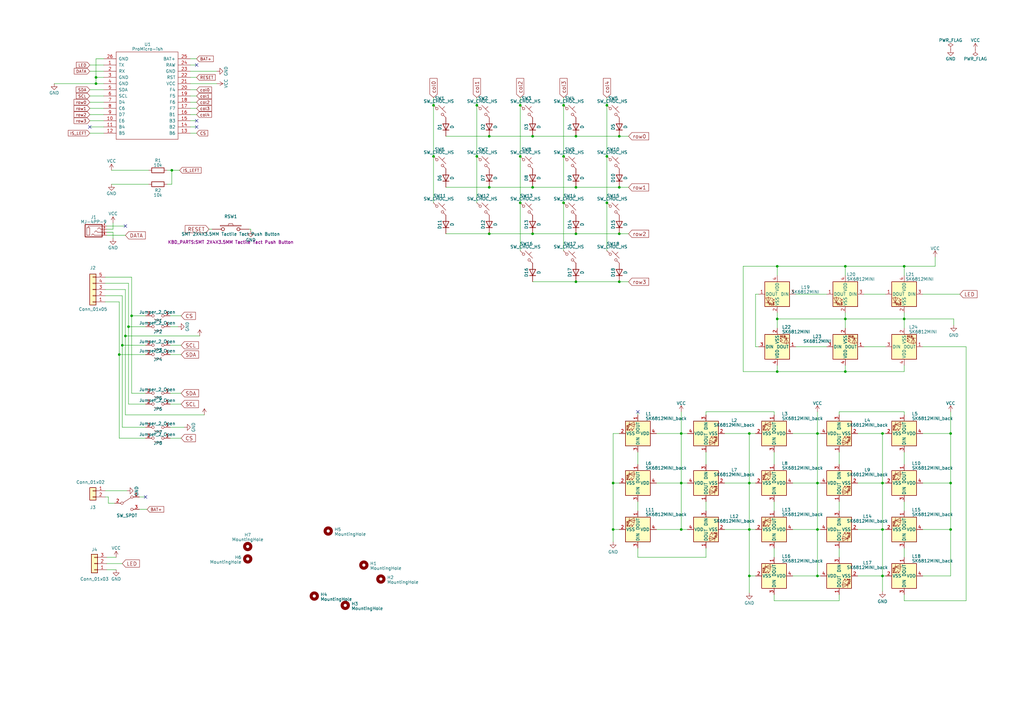
<source format=kicad_sch>
(kicad_sch (version 20230121) (generator eeschema)
  (paper "A3")
  (title_block (title "Unicorne Chocolate") (date "2023-07-20") (rev "0.9") (company "Thunderbird2086"))
  (junction (at 218.44 55.88))
  (junction (at 236.22 76.835))
  (junction (at 50.165 141.605))
  (junction (at 361.95 236.22))
  (junction (at 248.92 83.185))
  (junction (at 177.8 64.135))
  (junction (at 361.95 177.8))
  (junction (at 251.46 198.12))
  (junction (at 236.22 115.57))
  (junction (at 318.77 152.4))
  (junction (at 195.58 43.18))
  (junction (at 389.89 217.17))
  (junction (at 389.89 198.12))
  (junction (at 370.84 130.81))
  (junction (at 200.66 76.835))
  (junction (at 318.77 109.22))
  (junction (at 389.89 177.8))
  (junction (at 251.46 217.17))
  (junction (at 236.22 95.885))
  (junction (at 213.36 83.185))
  (junction (at 335.28 198.12))
  (junction (at 335.28 217.17))
  (junction (at 48.895 145.415))
  (junction (at 318.77 130.81))
  (junction (at 307.34 177.8))
  (junction (at 213.36 64.135))
  (junction (at 195.58 64.135))
  (junction (at 218.44 76.835))
  (junction (at 177.8 43.18))
  (junction (at 200.66 95.885))
  (junction (at 200.66 55.88))
  (junction (at 361.95 217.17))
  (junction (at 307.34 198.12))
  (junction (at 70.485 69.85))
  (junction (at 370.84 109.22))
  (junction (at 307.34 236.22))
  (junction (at 231.14 64.135))
  (junction (at 236.22 55.88))
  (junction (at 51.435 137.795))
  (junction (at 346.71 152.4))
  (junction (at 52.705 133.985))
  (junction (at 254 76.835))
  (junction (at 279.4 198.12))
  (junction (at 231.14 43.18))
  (junction (at 231.14 83.185))
  (junction (at 335.28 177.8))
  (junction (at 346.71 109.22))
  (junction (at 213.36 43.18))
  (junction (at 361.95 198.12))
  (junction (at 39.37 31.75))
  (junction (at 53.975 129.54))
  (junction (at 346.71 130.81))
  (junction (at 248.92 43.18))
  (junction (at 254 115.57))
  (junction (at 307.34 217.17))
  (junction (at 254 55.88))
  (junction (at 335.28 236.22))
  (junction (at 254 95.885))
  (junction (at 218.44 95.885))
  (junction (at 279.4 177.8))
  (junction (at 39.37 34.29))
  (junction (at 248.92 64.135))
  (junction (at 279.4 217.17))
  (no_connect (at 36.83 52.07))
  (no_connect (at 80.645 26.67))
  (no_connect (at 261.62 168.91))
  (no_connect (at 59.69 203.835))
  (no_connect (at 80.645 49.53))
  (no_connect (at 80.645 52.07))
  (no_connect (at 51.435 92.71))
  (wire (pts (xy 36.83 54.61) (xy 42.545 54.61)))
  (wire (pts (xy 200.66 55.88) (xy 218.44 55.88)))
  (wire (pts (xy 195.58 64.135) (xy 195.58 83.185)))
  (wire (pts (xy 269.24 198.12) (xy 279.4 198.12)))
  (wire (pts (xy 344.17 168.91) (xy 370.84 168.91)))
  (wire (pts (xy 281.94 217.17) (xy 279.4 217.17)))
  (wire (pts (xy 36.83 44.45) (xy 42.545 44.45)))
  (wire (pts (xy 102.87 93.98) (xy 102.235 93.98)))
  (wire (pts (xy 279.4 177.8) (xy 279.4 198.12)))
  (wire (pts (xy 326.39 120.65) (xy 339.09 120.65)))
  (wire (pts (xy 51.435 137.795) (xy 51.435 170.18)))
  (wire (pts (xy 102.87 94.615) (xy 102.87 93.98)))
  (wire (pts (xy 318.77 152.4) (xy 346.71 152.4)))
  (wire (pts (xy 261.62 228.6) (xy 289.56 228.6)))
  (wire (pts (xy 279.4 168.91) (xy 279.4 177.8)))
  (wire (pts (xy 43.815 93.98) (xy 46.355 93.98)))
  (wire (pts (xy 78.105 34.29) (xy 88.9 34.29)))
  (wire (pts (xy 53.975 129.54) (xy 59.69 129.54)))
  (wire (pts (xy 59.69 141.605) (xy 50.165 141.605)))
  (wire (pts (xy 69.85 179.705) (xy 74.295 179.705)))
  (wire (pts (xy 269.24 217.17) (xy 279.4 217.17)))
  (wire (pts (xy 248.92 43.18) (xy 248.92 64.135)))
  (wire (pts (xy 51.435 118.745) (xy 43.18 118.745)))
  (wire (pts (xy 43.815 95.25) (xy 46.355 95.25)))
  (wire (pts (xy 304.8 109.22) (xy 304.8 152.4)))
  (wire (pts (xy 74.295 145.415) (xy 69.85 145.415)))
  (wire (pts (xy 59.69 145.415) (xy 48.895 145.415)))
  (wire (pts (xy 177.8 64.135) (xy 177.8 83.185)))
  (wire (pts (xy 391.16 130.81) (xy 370.84 130.81)))
  (wire (pts (xy 36.83 29.21) (xy 42.545 29.21)))
  (wire (pts (xy 231.14 64.135) (xy 231.14 83.185)))
  (wire (pts (xy 261.62 168.91) (xy 261.62 170.18)))
  (wire (pts (xy 346.71 130.81) (xy 370.84 130.81)))
  (wire (pts (xy 317.5 205.74) (xy 317.5 209.55)))
  (wire (pts (xy 361.95 236.22) (xy 363.22 236.22)))
  (wire (pts (xy 361.95 198.12) (xy 361.95 217.17)))
  (wire (pts (xy 53.975 129.54) (xy 53.975 113.665)))
  (wire (pts (xy 370.84 243.84) (xy 370.84 246.38)))
  (wire (pts (xy 251.46 198.12) (xy 254 198.12)))
  (wire (pts (xy 318.77 130.81) (xy 318.77 128.27)))
  (wire (pts (xy 297.18 177.8) (xy 307.34 177.8)))
  (wire (pts (xy 51.435 118.745) (xy 51.435 137.795)))
  (wire (pts (xy 78.105 41.91) (xy 80.645 41.91)))
  (wire (pts (xy 48.895 179.705) (xy 59.69 179.705)))
  (wire (pts (xy 78.105 29.21) (xy 88.9 29.21)))
  (wire (pts (xy 351.79 177.8) (xy 361.95 177.8)))
  (wire (pts (xy 39.37 31.75) (xy 39.37 34.29)))
  (wire (pts (xy 289.56 185.42) (xy 289.56 190.5)))
  (wire (pts (xy 45.72 69.85) (xy 60.96 69.85)))
  (wire (pts (xy 307.34 236.22) (xy 307.34 243.205)))
  (wire (pts (xy 378.46 120.65) (xy 393.7 120.65)))
  (wire (pts (xy 218.44 76.835) (xy 236.22 76.835)))
  (wire (pts (xy 279.4 177.8) (xy 281.94 177.8)))
  (wire (pts (xy 177.8 40.005) (xy 177.8 43.18)))
  (wire (pts (xy 36.83 41.91) (xy 42.545 41.91)))
  (wire (pts (xy 378.46 177.8) (xy 389.89 177.8)))
  (wire (pts (xy 46.355 93.98) (xy 46.355 91.44)))
  (wire (pts (xy 78.105 39.37) (xy 80.645 39.37)))
  (wire (pts (xy 48.895 145.415) (xy 48.895 179.705)))
  (wire (pts (xy 251.46 177.8) (xy 254 177.8)))
  (wire (pts (xy 318.77 152.4) (xy 318.77 149.86)))
  (wire (pts (xy 52.705 165.735) (xy 59.69 165.735)))
  (wire (pts (xy 52.705 116.205) (xy 43.18 116.205)))
  (wire (pts (xy 46.355 95.25) (xy 46.355 97.79)))
  (wire (pts (xy 42.545 26.67) (xy 36.83 26.67)))
  (wire (pts (xy 45.72 75.565) (xy 60.96 75.565)))
  (wire (pts (xy 336.55 217.17) (xy 335.28 217.17)))
  (wire (pts (xy 389.89 198.12) (xy 389.89 217.17)))
  (wire (pts (xy 43.18 201.295) (xy 52.07 201.295)))
  (wire (pts (xy 317.5 224.79) (xy 317.5 228.6)))
  (wire (pts (xy 279.4 198.12) (xy 281.94 198.12)))
  (wire (pts (xy 42.545 52.07) (xy 36.83 52.07)))
  (wire (pts (xy 218.44 115.57) (xy 236.22 115.57)))
  (wire (pts (xy 42.545 39.37) (xy 36.83 39.37)))
  (wire (pts (xy 53.975 161.29) (xy 53.975 129.54)))
  (wire (pts (xy 85.725 93.98) (xy 86.995 93.98)))
  (wire (pts (xy 257.81 55.88) (xy 254 55.88)))
  (wire (pts (xy 213.36 43.18) (xy 213.36 64.135)))
  (wire (pts (xy 52.705 133.985) (xy 59.69 133.985)))
  (wire (pts (xy 50.165 175.26) (xy 59.69 175.26)))
  (wire (pts (xy 318.77 109.22) (xy 318.77 113.03)))
  (wire (pts (xy 335.28 217.17) (xy 335.28 236.22)))
  (wire (pts (xy 309.88 120.65) (xy 311.15 120.65)))
  (wire (pts (xy 182.88 76.835) (xy 200.66 76.835)))
  (wire (pts (xy 307.34 198.12) (xy 309.88 198.12)))
  (wire (pts (xy 335.28 198.12) (xy 336.55 198.12)))
  (wire (pts (xy 257.81 115.57) (xy 254 115.57)))
  (wire (pts (xy 354.33 142.24) (xy 363.22 142.24)))
  (wire (pts (xy 39.37 24.13) (xy 39.37 31.75)))
  (wire (pts (xy 257.81 95.885) (xy 254 95.885)))
  (wire (pts (xy 370.84 190.5) (xy 370.84 185.42)))
  (wire (pts (xy 391.16 130.81) (xy 391.16 133.35)))
  (wire (pts (xy 251.46 217.17) (xy 254 217.17)))
  (wire (pts (xy 257.81 76.835) (xy 254 76.835)))
  (wire (pts (xy 231.14 40.005) (xy 231.14 43.18)))
  (wire (pts (xy 336.55 236.22) (xy 335.28 236.22)))
  (wire (pts (xy 53.975 161.29) (xy 59.69 161.29)))
  (wire (pts (xy 307.34 177.8) (xy 309.88 177.8)))
  (wire (pts (xy 43.815 92.71) (xy 51.435 92.71)))
  (wire (pts (xy 361.95 236.22) (xy 361.95 242.57)))
  (wire (pts (xy 213.36 40.005) (xy 213.36 43.18)))
  (wire (pts (xy 182.88 55.88) (xy 200.66 55.88)))
  (wire (pts (xy 354.33 120.65) (xy 363.22 120.65)))
  (wire (pts (xy 304.8 152.4) (xy 318.77 152.4)))
  (wire (pts (xy 370.84 109.22) (xy 383.54 109.22)))
  (wire (pts (xy 39.37 34.29) (xy 42.545 34.29)))
  (wire (pts (xy 78.105 36.83) (xy 80.645 36.83)))
  (wire (pts (xy 231.14 83.185) (xy 231.14 102.87)))
  (wire (pts (xy 43.815 228.6) (xy 47.625 228.6)))
  (wire (pts (xy 36.83 36.83) (xy 42.545 36.83)))
  (wire (pts (xy 344.17 168.91) (xy 344.17 170.18)))
  (wire (pts (xy 70.485 69.85) (xy 70.485 75.565)))
  (wire (pts (xy 182.88 95.885) (xy 200.66 95.885)))
  (wire (pts (xy 261.62 228.6) (xy 261.62 224.79)))
  (wire (pts (xy 36.83 49.53) (xy 42.545 49.53)))
  (wire (pts (xy 325.12 217.17) (xy 335.28 217.17)))
  (wire (pts (xy 69.85 175.26) (xy 75.565 175.26)))
  (wire (pts (xy 195.58 40.005) (xy 195.58 43.18)))
  (wire (pts (xy 261.62 190.5) (xy 261.62 185.42)))
  (wire (pts (xy 370.84 130.81) (xy 370.84 134.62)))
  (wire (pts (xy 261.62 205.74) (xy 261.62 209.55)))
  (wire (pts (xy 289.56 228.6) (xy 289.56 224.79)))
  (wire (pts (xy 346.71 130.81) (xy 346.71 134.62)))
  (wire (pts (xy 251.46 177.8) (xy 251.46 198.12)))
  (wire (pts (xy 213.36 83.185) (xy 213.36 102.87)))
  (wire (pts (xy 74.295 161.29) (xy 69.85 161.29)))
  (wire (pts (xy 346.71 152.4) (xy 346.71 149.86)))
  (wire (pts (xy 351.79 236.22) (xy 361.95 236.22)))
  (wire (pts (xy 231.14 43.18) (xy 231.14 64.135)))
  (wire (pts (xy 51.435 170.18) (xy 83.82 170.18)))
  (wire (pts (xy 318.77 109.22) (xy 346.71 109.22)))
  (wire (pts (xy 304.8 109.22) (xy 318.77 109.22)))
  (wire (pts (xy 42.545 24.13) (xy 39.37 24.13)))
  (wire (pts (xy 317.5 168.91) (xy 317.5 170.18)))
  (wire (pts (xy 289.56 168.91) (xy 289.56 170.18)))
  (wire (pts (xy 361.95 198.12) (xy 363.22 198.12)))
  (wire (pts (xy 309.88 142.24) (xy 311.15 142.24)))
  (wire (pts (xy 44.45 206.375) (xy 44.45 203.835)))
  (wire (pts (xy 53.975 113.665) (xy 43.18 113.665)))
  (wire (pts (xy 318.77 130.81) (xy 346.71 130.81)))
  (wire (pts (xy 370.84 149.86) (xy 370.84 152.4)))
  (wire (pts (xy 346.71 109.22) (xy 346.71 113.03)))
  (wire (pts (xy 44.45 206.375) (xy 46.99 206.375)))
  (wire (pts (xy 269.24 177.8) (xy 279.4 177.8)))
  (wire (pts (xy 70.485 69.85) (xy 73.66 69.85)))
  (wire (pts (xy 248.92 64.135) (xy 248.92 83.185)))
  (wire (pts (xy 326.39 142.24) (xy 339.09 142.24)))
  (wire (pts (xy 200.66 95.885) (xy 218.44 95.885)))
  (wire (pts (xy 346.71 130.81) (xy 346.71 128.27)))
  (wire (pts (xy 251.46 217.17) (xy 251.46 222.25)))
  (wire (pts (xy 297.18 198.12) (xy 307.34 198.12)))
  (wire (pts (xy 297.18 217.17) (xy 307.34 217.17)))
  (wire (pts (xy 370.84 152.4) (xy 346.71 152.4)))
  (wire (pts (xy 335.28 198.12) (xy 335.28 217.17)))
  (wire (pts (xy 396.24 246.38) (xy 370.84 246.38)))
  (wire (pts (xy 307.34 177.8) (xy 307.34 198.12)))
  (wire (pts (xy 74.295 141.605) (xy 69.85 141.605)))
  (wire (pts (xy 378.46 217.17) (xy 389.89 217.17)))
  (wire (pts (xy 370.84 128.27) (xy 370.84 130.81)))
  (wire (pts (xy 59.69 203.835) (xy 57.15 203.835)))
  (wire (pts (xy 44.45 203.835) (xy 43.18 203.835)))
  (wire (pts (xy 50.165 141.605) (xy 50.165 175.26)))
  (wire (pts (xy 383.54 105.41) (xy 383.54 109.22)))
  (wire (pts (xy 69.85 129.54) (xy 74.295 129.54)))
  (wire (pts (xy 200.66 76.835) (xy 218.44 76.835)))
  (wire (pts (xy 318.77 130.81) (xy 318.77 134.62)))
  (wire (pts (xy 68.58 75.565) (xy 70.485 75.565)))
  (wire (pts (xy 78.105 31.75) (xy 80.645 31.75)))
  (wire (pts (xy 236.22 76.835) (xy 254 76.835)))
  (wire (pts (xy 43.18 123.825) (xy 48.895 123.825)))
  (wire (pts (xy 325.12 177.8) (xy 335.28 177.8)))
  (wire (pts (xy 236.22 95.885) (xy 254 95.885)))
  (wire (pts (xy 289.56 168.91) (xy 317.5 168.91)))
  (wire (pts (xy 325.12 198.12) (xy 335.28 198.12)))
  (wire (pts (xy 236.22 55.88) (xy 254 55.88)))
  (wire (pts (xy 78.105 46.99) (xy 80.645 46.99)))
  (wire (pts (xy 370.84 109.22) (xy 370.84 113.03)))
  (wire (pts (xy 74.295 165.735) (xy 69.85 165.735)))
  (wire (pts (xy 389.89 168.91) (xy 389.89 177.8)))
  (wire (pts (xy 51.435 137.795) (xy 81.915 137.795)))
  (wire (pts (xy 69.85 133.985) (xy 73.025 133.985)))
  (wire (pts (xy 335.28 177.8) (xy 336.55 177.8)))
  (wire (pts (xy 68.58 69.85) (xy 70.485 69.85)))
  (wire (pts (xy 309.88 120.65) (xy 309.88 142.24)))
  (wire (pts (xy 43.815 96.52) (xy 51.435 96.52)))
  (wire (pts (xy 370.84 205.74) (xy 370.84 209.55)))
  (wire (pts (xy 325.12 236.22) (xy 335.28 236.22)))
  (wire (pts (xy 177.8 43.18) (xy 177.8 64.135)))
  (wire (pts (xy 248.92 40.005) (xy 248.92 43.18)))
  (wire (pts (xy 361.95 217.17) (xy 361.95 236.22)))
  (wire (pts (xy 317.5 246.38) (xy 344.17 246.38)))
  (wire (pts (xy 236.22 115.57) (xy 254 115.57)))
  (wire (pts (xy 351.79 217.17) (xy 361.95 217.17)))
  (wire (pts (xy 361.95 217.17) (xy 363.22 217.17)))
  (wire (pts (xy 307.34 236.22) (xy 309.88 236.22)))
  (wire (pts (xy 43.18 121.285) (xy 50.165 121.285)))
  (wire (pts (xy 389.89 177.8) (xy 389.89 198.12)))
  (wire (pts (xy 361.95 177.8) (xy 361.95 198.12)))
  (wire (pts (xy 43.815 233.68) (xy 47.625 233.68)))
  (wire (pts (xy 335.28 168.91) (xy 335.28 177.8)))
  (wire (pts (xy 39.37 31.75) (xy 42.545 31.75)))
  (wire (pts (xy 344.17 224.79) (xy 344.17 228.6)))
  (wire (pts (xy 36.83 46.99) (xy 42.545 46.99)))
  (wire (pts (xy 50.165 121.285) (xy 50.165 141.605)))
  (wire (pts (xy 344.17 185.42) (xy 344.17 190.5)))
  (wire (pts (xy 195.58 43.18) (xy 195.58 64.135)))
  (wire (pts (xy 361.95 177.8) (xy 363.22 177.8)))
  (wire (pts (xy 307.34 217.17) (xy 307.34 236.22)))
  (wire (pts (xy 370.84 224.79) (xy 370.84 228.6)))
  (wire (pts (xy 78.105 24.13) (xy 80.645 24.13)))
  (wire (pts (xy 344.17 246.38) (xy 344.17 243.84)))
  (wire (pts (xy 43.815 231.14) (xy 50.165 231.14)))
  (wire (pts (xy 378.46 198.12) (xy 389.89 198.12)))
  (wire (pts (xy 52.705 165.735) (xy 52.705 133.985)))
  (wire (pts (xy 317.5 190.5) (xy 317.5 185.42)))
  (wire (pts (xy 57.15 208.915) (xy 60.325 208.915)))
  (wire (pts (xy 307.34 217.17) (xy 309.88 217.17)))
  (wire (pts (xy 78.105 49.53) (xy 80.645 49.53)))
  (wire (pts (xy 78.105 52.07) (xy 80.645 52.07)))
  (wire (pts (xy 307.34 198.12) (xy 307.34 217.17)))
  (wire (pts (xy 378.46 236.22) (xy 389.89 236.22)))
  (wire (pts (xy 351.79 198.12) (xy 361.95 198.12)))
  (wire (pts (xy 251.46 198.12) (xy 251.46 217.17)))
  (wire (pts (xy 218.44 55.88) (xy 236.22 55.88)))
  (wire (pts (xy 279.4 198.12) (xy 279.4 217.17)))
  (wire (pts (xy 78.105 54.61) (xy 80.645 54.61)))
  (wire (pts (xy 389.89 217.17) (xy 389.89 236.22)))
  (wire (pts (xy 78.105 44.45) (xy 80.645 44.45)))
  (wire (pts (xy 370.84 168.91) (xy 370.84 170.18)))
  (wire (pts (xy 317.5 246.38) (xy 317.5 243.84)))
  (wire (pts (xy 396.24 142.24) (xy 378.46 142.24)))
  (wire (pts (xy 344.17 205.74) (xy 344.17 209.55)))
  (wire (pts (xy 22.225 34.29) (xy 39.37 34.29)))
  (wire (pts (xy 48.895 123.825) (xy 48.895 145.415)))
  (wire (pts (xy 52.705 133.985) (xy 52.705 116.205)))
  (wire (pts (xy 396.24 246.38) (xy 396.24 142.24)))
  (wire (pts (xy 346.71 109.22) (xy 370.84 109.22)))
  (wire (pts (xy 218.44 95.885) (xy 236.22 95.885)))
  (wire (pts (xy 248.92 83.185) (xy 248.92 102.87)))
  (wire (pts (xy 78.105 26.67) (xy 80.645 26.67)))
  (wire (pts (xy 289.56 205.74) (xy 289.56 209.55)))
  (wire (pts (xy 213.36 64.135) (xy 213.36 83.185)))
  (wire (pts (xy 335.28 177.8) (xy 335.28 198.12)))
  (global_label "col0" (shape input) (at 177.8 40.005 90) (effects (font (size 1.524 1.524))) (property "Intersheetrefs" "${INTERSHEET_REFS}" (effects hide)))
  (global_label "col4" (shape input) (at 248.92 40.005 90) (effects (font (size 1.524 1.524))) (property "Intersheetrefs" "${INTERSHEET_REFS}" (effects hide)))
  (global_label "RESET" (shape input) (at 85.725 93.98 180) (effects (font (size 1.524 1.524))) (property "Intersheetrefs" "${INTERSHEET_REFS}" (effects hide)))
  (global_label "CS" (shape input) (at 80.645 54.61 0) (effects (font (size 1.1938 1.1938))) (property "Intersheetrefs" "${INTERSHEET_REFS}" (effects hide)))
  (global_label "col1" (shape input) (at 195.58 40.005 90) (effects (font (size 1.524 1.524))) (property "Intersheetrefs" "${INTERSHEET_REFS}" (effects hide)))
  (global_label "SCL" (shape input) (at 36.83 39.37 180) (effects (font (size 1.1938 1.1938))) (property "Intersheetrefs" "${INTERSHEET_REFS}" (effects hide)))
  (global_label "row1" (shape input) (at 36.83 44.45 180) (effects (font (size 1.1938 1.1938))) (property "Intersheetrefs" "${INTERSHEET_REFS}" (effects hide)))
  (global_label "row1" (shape input) (at 257.81 76.835 0) (effects (font (size 1.524 1.524))) (property "Intersheetrefs" "${INTERSHEET_REFS}" (effects hide)))
  (global_label "row2" (shape input) (at 257.81 95.885 0) (effects (font (size 1.524 1.524))) (property "Intersheetrefs" "${INTERSHEET_REFS}" (effects hide)))
  (global_label "IS_LEFT" (shape input) (at 36.83 54.61 180) (effects (font (size 1.1938 1.1938))) (property "Intersheetrefs" "${INTERSHEET_REFS}" (effects hide)))
  (global_label "SCL" (shape input) (at 74.295 165.735 0) (effects (font (size 1.524 1.524))) (property "Intersheetrefs" "${INTERSHEET_REFS}" (effects hide)))
  (global_label "LED" (shape input) (at 393.7 120.65 0) (effects (font (size 1.524 1.524))) (property "Intersheetrefs" "${INTERSHEET_REFS}" (effects hide)))
  (global_label "col2" (shape input) (at 213.36 40.005 90) (effects (font (size 1.524 1.524))) (property "Intersheetrefs" "${INTERSHEET_REFS}" (effects hide)))
  (global_label "LED" (shape input) (at 36.83 26.67 180) (effects (font (size 1.1938 1.1938))) (property "Intersheetrefs" "${INTERSHEET_REFS}" (effects hide)))
  (global_label "BAT+" (shape input) (at 80.645 24.13 0) (effects (font (size 1.1938 1.1938))) (property "Intersheetrefs" "${INTERSHEET_REFS}" (effects hide)))
  (global_label "row3" (shape input) (at 257.81 115.57 0) (effects (font (size 1.524 1.524))) (property "Intersheetrefs" "${INTERSHEET_REFS}" (effects hide)))
  (global_label "LED" (shape input) (at 50.165 231.14 0) (effects (font (size 1.524 1.524))) (property "Intersheetrefs" "${INTERSHEET_REFS}" (effects hide)))
  (global_label "col4" (shape input) (at 80.645 46.99 0) (effects (font (size 1.1938 1.1938))) (property "Intersheetrefs" "${INTERSHEET_REFS}" (effects hide)))
  (global_label "col0" (shape input) (at 80.645 36.83 0) (effects (font (size 1.1938 1.1938))) (property "Intersheetrefs" "${INTERSHEET_REFS}" (effects hide)))
  (global_label "SDA" (shape input) (at 74.295 161.29 0) (effects (font (size 1.524 1.524))) (property "Intersheetrefs" "${INTERSHEET_REFS}" (effects hide)))
  (global_label "BAT+" (shape input) (at 60.325 208.915 0) (effects (font (size 1.1938 1.1938))) (property "Intersheetrefs" "${INTERSHEET_REFS}" (effects hide)))
  (global_label "RESET" (shape input) (at 80.645 31.75 0) (effects (font (size 1.1938 1.1938))) (property "Intersheetrefs" "${INTERSHEET_REFS}" (effects hide)))
  (global_label "row3" (shape input) (at 36.83 49.53 180) (effects (font (size 1.1938 1.1938))) (property "Intersheetrefs" "${INTERSHEET_REFS}" (effects hide)))
  (global_label "col3" (shape input) (at 231.14 40.005 90) (effects (font (size 1.524 1.524))) (property "Intersheetrefs" "${INTERSHEET_REFS}" (effects hide)))
  (global_label "col3" (shape input) (at 80.645 44.45 0) (effects (font (size 1.1938 1.1938))) (property "Intersheetrefs" "${INTERSHEET_REFS}" (effects hide)))
  (global_label "SCL" (shape input) (at 74.295 141.605 0) (effects (font (size 1.524 1.524))) (property "Intersheetrefs" "${INTERSHEET_REFS}" (effects hide)))
  (global_label "row0" (shape input) (at 257.81 55.88 0) (effects (font (size 1.524 1.524))) (property "Intersheetrefs" "${INTERSHEET_REFS}" (effects hide)))
  (global_label "SDA" (shape input) (at 36.83 36.83 180) (effects (font (size 1.1938 1.1938))) (property "Intersheetrefs" "${INTERSHEET_REFS}" (effects hide)))
  (global_label "col1" (shape input) (at 80.645 39.37 0) (effects (font (size 1.1938 1.1938))) (property "Intersheetrefs" "${INTERSHEET_REFS}" (effects hide)))
  (global_label "CS" (shape input) (at 74.295 179.705 0) (effects (font (size 1.524 1.524))) (property "Intersheetrefs" "${INTERSHEET_REFS}" (effects hide)))
  (global_label "SDA" (shape input) (at 74.295 145.415 0) (effects (font (size 1.524 1.524))) (property "Intersheetrefs" "${INTERSHEET_REFS}" (effects hide)))
  (global_label "DATA" (shape input) (at 36.83 29.21 180) (effects (font (size 1.1938 1.1938))) (property "Intersheetrefs" "${INTERSHEET_REFS}" (effects hide)))
  (global_label "col2" (shape input) (at 80.645 41.91 0) (effects (font (size 1.1938 1.1938))) (property "Intersheetrefs" "${INTERSHEET_REFS}" (effects hide)))
  (global_label "DATA" (shape input) (at 51.435 96.52 0) (effects (font (size 1.524 1.524))) (property "Intersheetrefs" "${INTERSHEET_REFS}" (effects hide)))
  (global_label "row2" (shape input) (at 36.83 46.99 180) (effects (font (size 1.1938 1.1938))) (property "Intersheetrefs" "${INTERSHEET_REFS}" (effects hide)))
  (global_label "IS_LEFT" (shape input) (at 73.66 69.85 0) (effects (font (size 1.1938 1.1938))) (property "Intersheetrefs" "${INTERSHEET_REFS}" (effects hide)))
  (global_label "CS" (shape input) (at 74.295 129.54 0) (effects (font (size 1.524 1.524))) (property "Intersheetrefs" "${INTERSHEET_REFS}" (effects hide)))
  (global_label "row0" (shape input) (at 36.83 41.91 180) (effects (font (size 1.1938 1.1938))) (property "Intersheetrefs" "${INTERSHEET_REFS}" (effects hide)))
  (symbol (lib_id "Device:D") (at 218.44 111.76 90) (unit 1)
    (property "Reference" "D16" (at 215.9 111.76 0))
    (property "Value" "D" (at 220.98 111.76 0))
    (property "Footprint" "KBD_PARTS:D3_SMD_rev" (effects hide))
    (property "Sim.Device" "D" (effects hide))
    (property "Sim.Pins" "1=K 2=A" (effects hide))
  )
  (symbol (lib_id "Jumper:Jumper_2_Open") (at 64.77 165.735 180) (unit 1)
    (property "Reference" "JP6" (at 64.77 167.767 0))
    (property "Value" "Jumper_2_Open" (at 64.516 164.211 0))
    (property "Footprint" "Jumper:SolderJumper-2_P1.3mm_Open_TrianglePad1.0x1.5mm" (effects hide))
  )
  (symbol (lib_id "KBD_PARTS:SW_CHOC_HS") (at 198.12 85.725 0) (unit 1)
    (property "Reference" "SW12" (at 198.12 80.3021 0))
    (property "Value" "SW_CHOC_HS" (at 197.739 81.534 0))
    (property "Footprint" "KBD_PARTS:SW_choc_v1_v2_HS_1u_reversible" (effects hide))
  )
  (symbol (lib_id "KBD_PARTS:SK6812MINI_back") (at 370.84 236.22 270) (mirror x) (unit 1)
    (property "Reference" "L18" (at 373.9897 228.1301 90) (effects (justify left)))
    (property "Value" "SK6812MINI_back" (at 373.9897 230.0511 90) (effects (justify left)))
    (property "Footprint" "KBD_PARTS:LED_SK6812MINI_PLCC4_3.5x3.5mm_P1.75mm_back_rev" (effects hide))
    (property "Datasheet" "https://cdn-shop.adafruit.com/product-files/2686/SK6812MINI_REV.01-1-2.pdf" (effects hide))
  )
  (symbol (lib_id "Mechanical:MountingHole") (at 141.605 248.285 0) (unit 1)
    (property "Reference" "H3" (at 144.145 247.6413 0) (effects (justify left)))
    (property "Value" "MountingHole" (at 144.145 249.5623 0) (effects (justify left)))
    (property "Footprint" "KBD_PARTS:M2_Hole_TH_Outside" (effects hide))
  )
  (symbol (lib_id "Switch:SW_SPDT") (at 52.07 206.375 0) (unit 1)
    (property "Reference" "PSW1" (effects hide))
    (property "Value" "SW_SPDT" (at 52.07 211.455 0))
    (property "Footprint" "Akizukidenshi:SW_SPDT_PCM12_reversible" (effects hide))
  )
  (symbol (lib_id "Device:D") (at 182.88 52.07 90) (unit 1)
    (property "Reference" "D1" (at 180.34 52.07 0))
    (property "Value" "D" (at 185.42 52.07 0))
    (property "Footprint" "KBD_PARTS:D3_SMD_rev" (effects hide))
    (property "Sim.Device" "D" (effects hide))
    (property "Sim.Pins" "1=K 2=A" (effects hide))
  )
  (symbol (lib_id "KBD_PARTS:SW_CHOC_HS") (at 215.9 105.41 0) (unit 1)
    (property "Reference" "SW16" (at 215.9 99.9871 0))
    (property "Value" "SW_CHOC_HS" (at 215.519 101.219 0))
    (property "Footprint" "KBD_PARTS:SW_choc_v1_v2_HS_1u_reversible" (effects hide))
  )
  (symbol (lib_id "power:VCC") (at 45.72 69.85 0) (unit 1)
    (property "Reference" "#PWR05" (effects hide))
    (property "Value" "VCC" (at 45.72 66.04 0))
  )
  (symbol (lib_id "Device:D") (at 200.66 92.075 90) (unit 1)
    (property "Reference" "D12" (at 198.12 92.075 0))
    (property "Value" "D" (at 203.2 92.075 0))
    (property "Footprint" "KBD_PARTS:D3_SMD_rev" (effects hide))
    (property "Sim.Device" "D" (effects hide))
    (property "Sim.Pins" "1=K 2=A" (effects hide))
  )
  (symbol (lib_id "power:VCC") (at 81.915 137.795 0) (unit 1)
    (property "Reference" "#PWR04" (effects hide))
    (property "Value" "VCC" (effects hide))
  )
  (symbol (lib_id "Device:D") (at 218.44 92.075 90) (unit 1)
    (property "Reference" "D13" (at 215.9 92.075 0))
    (property "Value" "D" (at 220.98 92.075 0))
    (property "Footprint" "KBD_PARTS:D3_SMD_rev" (effects hide))
    (property "Sim.Device" "D" (effects hide))
    (property "Sim.Pins" "1=K 2=A" (effects hide))
  )
  (symbol (lib_id "power:GND") (at 75.565 175.26 90) (unit 1)
    (property "Reference" "#PWR02" (effects hide))
    (property "Value" "GND" (at 79.375 175.26 0))
  )
  (symbol (lib_id "KBD_PARTS:SK6812MINI_back") (at 317.5 198.12 270) (mirror x) (unit 1)
    (property "Reference" "L8" (at 320.6497 190.0301 90) (effects (justify left)))
    (property "Value" "SK6812MINI_back" (at 320.6497 191.9511 90) (effects (justify left)))
    (property "Footprint" "KBD_PARTS:LED_SK6812MINI_PLCC4_3.5x3.5mm_P1.75mm_back_rev" (effects hide))
    (property "Datasheet" "https://cdn-shop.adafruit.com/product-files/2686/SK6812MINI_REV.01-1-2.pdf" (effects hide))
  )
  (symbol (lib_id "power:VCC") (at 389.89 168.91 0) (unit 1)
    (property "Reference" "#PWR0104" (effects hide))
    (property "Value" "VCC" (at 389.89 165.4081 0))
  )
  (symbol (lib_id "power:VCC") (at 47.625 228.6 0) (unit 1)
    (property "Reference" "#PWR0116" (effects hide))
    (property "Value" "VCC" (at 47.625 224.79 0))
  )
  (symbol (lib_id "power:GND") (at 45.72 75.565 0) (unit 1)
    (property "Reference" "#PWR06" (effects hide))
    (property "Value" "GND" (at 45.72 79.375 0))
  )
  (symbol (lib_id "Jumper:Jumper_2_Open") (at 64.77 145.415 180) (unit 1)
    (property "Reference" "JP4" (at 64.77 147.447 0))
    (property "Value" "Jumper_2_Open" (at 64.516 143.891 0))
    (property "Footprint" "Jumper:SolderJumper-2_P1.3mm_Open_TrianglePad1.0x1.5mm" (effects hide))
  )
  (symbol (lib_id "KBD_PARTS:SW_CHOC_HS") (at 233.68 45.72 0) (unit 1)
    (property "Reference" "SW4" (at 233.68 40.2971 0))
    (property "Value" "SW_CHOC_HS" (at 233.299 41.529 0))
    (property "Footprint" "KBD_PARTS:SW_choc_v1_v2_HS_1u_reversible" (effects hide))
  )
  (symbol (lib_id "Jumper:Jumper_2_Open") (at 64.77 133.985 180) (unit 1)
    (property "Reference" "JP2" (at 64.77 136.017 0))
    (property "Value" "Jumper_2_Open" (at 64.516 132.461 0))
    (property "Footprint" "Jumper:SolderJumper-2_P1.3mm_Open_TrianglePad1.0x1.5mm" (effects hide))
  )
  (symbol (lib_id "KBD_PARTS:SK6812MINI") (at 370.84 142.24 0) (mirror x) (unit 1)
    (property "Reference" "L24" (at 372.7959 134.1501 0) (effects (justify left)))
    (property "Value" "SK6812MINI" (at 372.7959 136.0711 0) (effects (justify left)))
    (property "Footprint" "KBD_PARTS:LED_SK6812MINI_PLCC4_3.5x3.5mm_P1.75mm_rev" (effects hide))
    (property "Datasheet" "https://cdn-shop.adafruit.com/product-files/2686/SK6812MINI_REV.01-1-2.pdf" (effects hide))
  )
  (symbol (lib_id "KBD_PARTS:SMT 2X4X3.5MM Tactile Tact Push Button") (at 94.615 93.98 0) (unit 1)
    (property "Reference" "RSW1" (at 94.615 88.8111 0))
    (property "Value" "SMT 2X4X3.5MM Tactile Tact Push Button" (at 94.615 96.012 0))
    (property "Footprint" "KBD_PARTS:SMT 2X4X3.5MM Tactile Tact Push Button" (at 94.6404 99.314 0))
  )
  (symbol (lib_id "KBD_PARTS:SK6812MINI_back") (at 344.17 217.17 90) (mirror x) (unit 1)
    (property "Reference" "L14" (at 355.738 211.7723 90))
    (property "Value" "SK6812MINI_back" (at 355.738 213.6933 90))
    (property "Footprint" "KBD_PARTS:LED_SK6812MINI_PLCC4_3.5x3.5mm_P1.75mm_back_rev" (effects hide))
    (property "Datasheet" "https://cdn-shop.adafruit.com/product-files/2686/SK6812MINI_REV.01-1-2.pdf" (effects hide))
  )
  (symbol (lib_id "power:PWR_FLAG") (at 400.05 20.32 180) (unit 1)
    (property "Reference" "#FLG0101" (effects hide))
    (property "Value" "PWR_FLAG" (at 400.05 24.13 0))
  )
  (symbol (lib_id "power:GND") (at 52.07 201.295 90) (unit 1)
    (property "Reference" "#PWR0118" (effects hide))
    (property "Value" "GND" (at 56.007 201.422 0))
  )
  (symbol (lib_id "KBD_PARTS:ProMicro-ish") (at 60.325 45.72 0) (unit 1)
    (property "Reference" "U1" (at 60.5282 18.1958 0))
    (property "Value" "ProMicro-ish" (at 60.5282 20.1168 0))
    (property "Footprint" "KBD_PARTS:ProMicro-ish-rev-unrouted_3x5" (effects hide))
  )
  (symbol (lib_id "KBD_PARTS:SW_CHOC_HS") (at 251.46 85.725 0) (unit 1)
    (property "Reference" "SW15" (at 251.46 80.3021 0))
    (property "Value" "SW_CHOC_HS" (at 251.079 81.534 0))
    (property "Footprint" "KBD_PARTS:SW_choc_v1_v2_HS_1u_reversible" (effects hide))
  )
  (symbol (lib_id "power:GND") (at 251.46 222.25 0) (unit 1)
    (property "Reference" "#PWR0101" (effects hide))
    (property "Value" "GND" (at 251.46 226.3855 0))
  )
  (symbol (lib_id "KBD_PARTS:SK6812MINI") (at 318.77 120.65 0) (mirror y) (unit 1)
    (property "Reference" "L19" (at 330.338 117.8179 0))
    (property "Value" "SK6812MINI" (at 330.338 119.7389 0))
    (property "Footprint" "KBD_PARTS:LED_SK6812MINI_PLCC4_3.5x3.5mm_P1.75mm_rev" (effects hide))
    (property "Datasheet" "https://cdn-shop.adafruit.com/product-files/2686/SK6812MINI_REV.01-1-2.pdf" (effects hide))
  )
  (symbol (lib_id "KBD_PARTS:SK6812MINI") (at 346.71 120.65 0) (mirror y) (unit 1)
    (property "Reference" "L20" (at 347.2941 112.5601 0) (effects (justify right)))
    (property "Value" "SK6812MINI" (at 347.2941 114.4811 0) (effects (justify right)))
    (property "Footprint" "KBD_PARTS:LED_SK6812MINI_PLCC4_3.5x3.5mm_P1.75mm_rev" (effects hide))
    (property "Datasheet" "https://cdn-shop.adafruit.com/product-files/2686/SK6812MINI_REV.01-1-2.pdf" (effects hide))
  )
  (symbol (lib_id "power:GND") (at 46.355 97.79 0) (unit 1)
    (property "Reference" "#PWR0113" (effects hide))
    (property "Value" "GND" (at 46.355 101.6 0))
  )
  (symbol (lib_id "KBD_PARTS:SK6812MINI_back") (at 344.17 177.8 90) (mirror x) (unit 1)
    (property "Reference" "L4" (at 355.738 172.4023 90))
    (property "Value" "SK6812MINI_back" (at 355.738 174.3233 90))
    (property "Footprint" "KBD_PARTS:LED_SK6812MINI_PLCC4_3.5x3.5mm_P1.75mm_back_rev" (effects hide))
    (property "Datasheet" "https://cdn-shop.adafruit.com/product-files/2686/SK6812MINI_REV.01-1-2.pdf" (effects hide))
  )
  (symbol (lib_id "power:VCC") (at 83.82 170.18 0) (unit 1)
    (property "Reference" "#PWR03" (effects hide))
    (property "Value" "VCC" (effects hide))
  )
  (symbol (lib_id "power:PWR_FLAG") (at 389.89 20.32 0) (unit 1)
    (property "Reference" "#FLG0102" (effects hide))
    (property "Value" "PWR_FLAG" (at 389.89 16.51 0))
  )
  (symbol (lib_id "Mechanical:MountingHole") (at 128.905 244.475 0) (unit 1)
    (property "Reference" "H4" (at 131.445 243.8313 0) (effects (justify left)))
    (property "Value" "MountingHole" (at 131.445 245.7523 0) (effects (justify left)))
    (property "Footprint" "KBD_PARTS:M2_Hole_TH_Outside" (effects hide))
  )
  (symbol (lib_id "KBD_PARTS:SK6812MINI_back") (at 261.62 217.17 270) (mirror x) (unit 1)
    (property "Reference" "L11" (at 264.7697 209.0801 90) (effects (justify left)))
    (property "Value" "SK6812MINI_back" (at 264.7697 211.0011 90) (effects (justify left)))
    (property "Footprint" "KBD_PARTS:LED_SK6812MINI_PLCC4_3.5x3.5mm_P1.75mm_back_rev" (effects hide))
    (property "Datasheet" "https://cdn-shop.adafruit.com/product-files/2686/SK6812MINI_REV.01-1-2.pdf" (effects hide))
  )
  (symbol (lib_id "Device:D") (at 200.66 52.07 90) (unit 1)
    (property "Reference" "D2" (at 198.12 52.07 0))
    (property "Value" "D" (at 203.2 52.07 0))
    (property "Footprint" "KBD_PARTS:D3_SMD_rev" (effects hide))
    (property "Sim.Device" "D" (effects hide))
    (property "Sim.Pins" "1=K 2=A" (effects hide))
  )
  (symbol (lib_id "KBD_PARTS:SW_CHOC_HS") (at 233.68 105.41 0) (unit 1)
    (property "Reference" "SW17" (at 233.68 99.9871 0))
    (property "Value" "SW_CHOC_HS" (at 233.299 101.219 0))
    (property "Footprint" "KBD_PARTS:SW_choc_v1_v2_HS_1u_reversible" (effects hide))
  )
  (symbol (lib_id "KBD_PARTS:SK6812MINI") (at 346.71 142.24 0) (mirror x) (unit 1)
    (property "Reference" "L23" (at 335.142 138.0361 0))
    (property "Value" "SK6812MINI" (at 335.142 139.9571 0))
    (property "Footprint" "KBD_PARTS:LED_SK6812MINI_PLCC4_3.5x3.5mm_P1.75mm_rev" (effects hide))
    (property "Datasheet" "https://cdn-shop.adafruit.com/product-files/2686/SK6812MINI_REV.01-1-2.pdf" (effects hide))
  )
  (symbol (lib_id "Jumper:Jumper_2_Open") (at 64.77 175.26 180) (unit 1)
    (property "Reference" "JP7" (at 64.77 177.292 0))
    (property "Value" "Jumper_2_Open" (at 64.516 173.736 0))
    (property "Footprint" "Jumper:SolderJumper-2_P1.3mm_Open_TrianglePad1.0x1.5mm" (effects hide))
  )
  (symbol (lib_id "KBD_PARTS:SW_CHOC_HS") (at 198.12 66.675 0) (unit 1)
    (property "Reference" "SW7" (at 198.12 61.2521 0))
    (property "Value" "SW_CHOC_HS" (at 197.739 62.484 0))
    (property "Footprint" "KBD_PARTS:SW_choc_v1_v2_HS_1u_reversible" (effects hide))
  )
  (symbol (lib_id "Device:D") (at 182.88 92.075 90) (unit 1)
    (property "Reference" "D11" (at 180.34 92.075 0))
    (property "Value" "D" (at 185.42 92.075 0))
    (property "Footprint" "KBD_PARTS:D3_SMD_rev" (effects hide))
    (property "Sim.Device" "D" (effects hide))
    (property "Sim.Pins" "1=K 2=A" (effects hide))
  )
  (symbol (lib_id "power:GND") (at 22.225 34.29 0) (unit 1)
    (property "Reference" "#PWR0121" (effects hide))
    (property "Value" "GND" (at 22.225 38.1 0))
  )
  (symbol (lib_id "power:GND") (at 47.625 233.68 0) (unit 1)
    (property "Reference" "#PWR0115" (effects hide))
    (property "Value" "GND" (at 47.625 237.49 0))
  )
  (symbol (lib_id "power:VCC") (at 88.9 34.29 270) (unit 1)
    (property "Reference" "#PWR0111" (effects hide))
    (property "Value" "VCC" (at 92.71 34.29 0))
  )
  (symbol (lib_id "KBD_PARTS:SK6812MINI_back") (at 317.5 236.22 270) (mirror x) (unit 1)
    (property "Reference" "L16" (at 320.6497 228.1301 90) (effects (justify left)))
    (property "Value" "SK6812MINI_back" (at 320.6497 230.0511 90) (effects (justify left)))
    (property "Footprint" "KBD_PARTS:LED_SK6812MINI_PLCC4_3.5x3.5mm_P1.75mm_back_rev" (effects hide))
    (property "Datasheet" "https://cdn-shop.adafruit.com/product-files/2686/SK6812MINI_REV.01-1-2.pdf" (effects hide))
  )
  (symbol (lib_id "KBD_PARTS:MJ-4PP-9") (at 38.735 94.615 0) (unit 1)
    (property "Reference" "J1" (at 38.4175 89.0397 0))
    (property "Value" "MJ-4PP-9" (at 38.4175 90.9607 0))
    (property "Footprint" "KBD_PARTS:TRRS-PJ-320A-rev" (effects hide))
  )
  (symbol (lib_id "Device:D") (at 200.66 73.025 90) (unit 1)
    (property "Reference" "D7" (at 198.12 73.025 0))
    (property "Value" "D" (at 203.2 73.025 0))
    (property "Footprint" "KBD_PARTS:D3_SMD_rev" (effects hide))
    (property "Sim.Device" "D" (effects hide))
    (property "Sim.Pins" "1=K 2=A" (effects hide))
  )
  (symbol (lib_id "KBD_PARTS:SW_CHOC_HS") (at 180.34 45.72 0) (unit 1)
    (property "Reference" "SW1" (at 180.34 40.2971 0))
    (property "Value" "SW_CHOC_HS" (at 179.959 41.529 0))
    (property "Footprint" "KBD_PARTS:SW_choc_v1_v2_HS_1u_reversible" (effects hide))
  )
  (symbol (lib_id "power:GND") (at 102.87 94.615 0) (unit 1)
    (property "Reference" "#PWR0122" (effects hide))
    (property "Value" "GND" (at 102.87 98.425 0))
  )
  (symbol (lib_id "power:VCC") (at 335.28 168.91 0) (unit 1)
    (property "Reference" "#PWR0110" (effects hide))
    (property "Value" "VCC" (at 335.28 165.4081 0))
  )
  (symbol (lib_id "Device:D") (at 254 111.76 90) (unit 1)
    (property "Reference" "D18" (at 251.46 111.76 0))
    (property "Value" "D" (at 256.54 111.76 0))
    (property "Footprint" "KBD_PARTS:D3_SMD_rev" (effects hide))
    (property "Sim.Device" "D" (effects hide))
    (property "Sim.Pins" "1=K 2=A" (effects hide))
  )
  (symbol (lib_id "power:GND") (at 391.16 133.35 0) (unit 1)
    (property "Reference" "#PWR0106" (effects hide))
    (property "Value" "GND" (at 391.16 137.4855 0))
  )
  (symbol (lib_id "Connector_Generic:Conn_01x02") (at 38.1 201.295 0) (mirror y) (unit 1)
    (property "Reference" "J3" (at 38.1 208.1149 0))
    (property "Value" "Conn_01x02" (at 37.1094 197.7644 0))
    (property "Footprint" "KBD_PARTS:Molex_Pico-EZmate_78171-0002_1x02-1MP_P1.20mm_Vertical_rev" (effects hide))
  )
  (symbol (lib_id "power:GND") (at 361.95 242.57 0) (unit 1)
    (property "Reference" "#PWR0103" (effects hide))
    (property "Value" "GND" (at 361.95 246.7055 0))
  )
  (symbol (lib_id "Mechanical:MountingHole") (at 149.225 231.775 0) (unit 1)
    (property "Reference" "H1" (at 151.765 231.1313 0) (effects (justify left)))
    (property "Value" "MountingHole" (at 151.765 233.0523 0) (effects (justify left)))
    (property "Footprint" "KBD_PARTS:M2_Hole_TH" (effects hide))
  )
  (symbol (lib_id "KBD_PARTS:SK6812MINI_back") (at 317.5 177.8 270) (mirror x) (unit 1)
    (property "Reference" "L3" (at 320.6497 169.7101 90) (effects (justify left)))
    (property "Value" "SK6812MINI_back" (at 320.6497 171.6311 90) (effects (justify left)))
    (property "Footprint" "KBD_PARTS:LED_SK6812MINI_PLCC4_3.5x3.5mm_P1.75mm_back_rev" (effects hide))
    (property "Datasheet" "https://cdn-shop.adafruit.com/product-files/2686/SK6812MINI_REV.01-1-2.pdf" (effects hide))
  )
  (symbol (lib_id "Mechanical:MountingHole") (at 101.6 229.235 0) (unit 1)
    (property "Reference" "H6" (at 99.06 228.5913 0) (effects (justify right)))
    (property "Value" "MountingHole" (at 99.06 230.5123 0) (effects (justify right)))
    (property "Footprint" "KBD_PARTS:M2_Hole_TH_Outside" (effects hide))
  )
  (symbol (lib_id "Device:D") (at 236.22 111.76 90) (unit 1)
    (property "Reference" "D17" (at 233.68 111.76 0))
    (property "Value" "D" (at 238.76 111.76 0))
    (property "Footprint" "KBD_PARTS:D3_SMD_rev" (effects hide))
    (property "Sim.Device" "D" (effects hide))
    (property "Sim.Pins" "1=K 2=A" (effects hide))
  )
  (symbol (lib_id "power:VCC") (at 46.355 91.44 0) (unit 1)
    (property "Reference" "#PWR0120" (effects hide))
    (property "Value" "VCC" (at 46.355 87.63 0))
  )
  (symbol (lib_id "KBD_PARTS:SW_CHOC_HS") (at 215.9 45.72 0) (unit 1)
    (property "Reference" "SW3" (at 215.9 40.2971 0))
    (property "Value" "SW_CHOC_HS" (at 215.519 41.529 0))
    (property "Footprint" "KBD_PARTS:SW_choc_v1_v2_HS_1u_reversible" (effects hide))
  )
  (symbol (lib_id "KBD_PARTS:SK6812MINI") (at 318.77 142.24 0) (mirror x) (unit 1)
    (property "Reference" "L22" (at 320.7259 134.1501 0) (effects (justify left)))
    (property "Value" "SK6812MINI" (at 320.7259 136.0711 0) (effects (justify left)))
    (property "Footprint" "KBD_PARTS:LED_SK6812MINI_PLCC4_3.5x3.5mm_P1.75mm_rev" (effects hide))
    (property "Datasheet" "https://cdn-shop.adafruit.com/product-files/2686/SK6812MINI_REV.01-1-2.pdf" (effects hide))
  )
  (symbol (lib_id "power:GND") (at 73.025 133.985 90) (unit 1)
    (property "Reference" "#PWR01" (effects hide))
    (property "Value" "GND" (at 76.835 133.985 0))
  )
  (symbol (lib_id "KBD_PARTS:SK6812MINI_back") (at 317.5 217.17 270) (mirror x) (unit 1)
    (property "Reference" "L13" (at 320.6497 209.0801 90) (effects (justify left)))
    (property "Value" "SK6812MINI_back" (at 320.6497 211.0011 90) (effects (justify left)))
    (property "Footprint" "KBD_PARTS:LED_SK6812MINI_PLCC4_3.5x3.5mm_P1.75mm_back_rev" (effects hide))
    (property "Datasheet" "https://cdn-shop.adafruit.com/product-files/2686/SK6812MINI_REV.01-1-2.pdf" (effects hide))
  )
  (symbol (lib_id "KBD_PARTS:SK6812MINI_back") (at 370.84 177.8 270) (mirror x) (unit 1)
    (property "Reference" "L5" (at 373.9897 169.7101 90) (effects (justify left)))
    (property "Value" "SK6812MINI_back" (at 373.9897 171.6311 90) (effects (justify left)))
    (property "Footprint" "KBD_PARTS:LED_SK6812MINI_PLCC4_3.5x3.5mm_P1.75mm_back_rev" (effects hide))
    (property "Datasheet" "https://cdn-shop.adafruit.com/product-files/2686/SK6812MINI_REV.01-1-2.pdf" (effects hide))
  )
  (symbol (lib_id "KBD_PARTS:SK6812MINI_back") (at 289.56 177.8 90) (mirror x) (unit 1)
    (property "Reference" "L2" (at 301.128 172.4023 90))
    (property "Value" "SK6812MINI_back" (at 301.128 174.3233 90))
    (property "Footprint" "KBD_PARTS:LED_SK6812MINI_PLCC4_3.5x3.5mm_P1.75mm_back_rev" (effects hide))
    (property "Datasheet" "https://cdn-shop.adafruit.com/product-files/2686/SK6812MINI_REV.01-1-2.pdf" (effects hide))
  )
  (symbol (lib_id "Device:D") (at 236.22 73.025 90) (unit 1)
    (property "Reference" "D9" (at 233.68 73.025 0))
    (property "Value" "D" (at 238.76 73.025 0))
    (property "Footprint" "KBD_PARTS:D3_SMD_rev" (effects hide))
    (property "Sim.Device" "D" (effects hide))
    (property "Sim.Pins" "1=K 2=A" (effects hide))
  )
  (symbol (lib_id "power:VCC") (at 383.54 105.41 0) (unit 1)
    (property "Reference" "#PWR0105" (effects hide))
    (property "Value" "VCC" (at 383.54 101.9081 0))
  )
  (symbol (lib_id "KBD_PARTS:SK6812MINI") (at 370.84 120.65 0) (mirror y) (unit 1)
    (property "Reference" "L21" (at 371.4241 112.5601 0) (effects (justify right)))
    (property "Value" "SK6812MINI" (at 371.4241 114.4811 0) (effects (justify right)))
    (property "Footprint" "KBD_PARTS:LED_SK6812MINI_PLCC4_3.5x3.5mm_P1.75mm_rev" (effects hide))
    (property "Datasheet" "https://cdn-shop.adafruit.com/product-files/2686/SK6812MINI_REV.01-1-2.pdf" (effects hide))
  )
  (symbol (lib_id "Device:D") (at 254 73.025 90) (unit 1)
    (property "Reference" "D10" (at 251.46 73.025 0))
    (property "Value" "D" (at 256.54 73.025 0))
    (property "Footprint" "KBD_PARTS:D3_SMD_rev" (effects hide))
    (property "Sim.Device" "D" (effects hide))
    (property "Sim.Pins" "1=K 2=A" (effects hide))
  )
  (symbol (lib_id "power:VCC") (at 400.05 20.32 0) (unit 1)
    (property "Reference" "#PWR0108" (effects hide))
    (property "Value" "VCC" (at 400.05 16.51 0))
  )
  (symbol (lib_id "KBD_PARTS:SK6812MINI_back") (at 344.17 198.12 90) (mirror x) (unit 1)
    (property "Reference" "L9" (at 355.738 192.7223 90))
    (property "Value" "SK6812MINI_back" (at 355.738 194.6433 90))
    (property "Footprint" "KBD_PARTS:LED_SK6812MINI_PLCC4_3.5x3.5mm_P1.75mm_back_rev" (effects hide))
    (property "Datasheet" "https://cdn-shop.adafruit.com/product-files/2686/SK6812MINI_REV.01-1-2.pdf" (effects hide))
  )
  (symbol (lib_id "Jumper:Jumper_2_Open") (at 64.77 161.29 180) (unit 1)
    (property "Reference" "JP5" (at 64.77 163.322 0))
    (property "Value" "Jumper_2_Open" (at 64.516 159.766 0))
    (property "Footprint" "Jumper:SolderJumper-2_P1.3mm_Open_TrianglePad1.0x1.5mm" (effects hide))
  )
  (symbol (lib_id "KBD_PARTS:SK6812MINI_back") (at 370.84 217.17 270) (mirror x) (unit 1)
    (property "Reference" "L15" (at 373.9897 209.0801 90) (effects (justify left)))
    (property "Value" "SK6812MINI_back" (at 373.9897 211.0011 90) (effects (justify left)))
    (property "Footprint" "KBD_PARTS:LED_SK6812MINI_PLCC4_3.5x3.5mm_P1.75mm_back_rev" (effects hide))
    (property "Datasheet" "https://cdn-shop.adafruit.com/product-files/2686/SK6812MINI_REV.01-1-2.pdf" (effects hide))
  )
  (symbol (lib_id "Jumper:Jumper_2_Open") (at 64.77 129.54 180) (unit 1)
    (property "Reference" "JP1" (at 64.77 131.572 0))
    (property "Value" "Jumper_2_Open" (at 64.516 128.016 0))
    (property "Footprint" "Jumper:SolderJumper-2_P1.3mm_Open_TrianglePad1.0x1.5mm" (effects hide))
  )
  (symbol (lib_id "KBD_PARTS:SW_CHOC_HS") (at 233.68 66.675 0) (unit 1)
    (property "Reference" "SW9" (at 233.68 61.2521 0))
    (property "Value" "SW_CHOC_HS" (at 233.299 62.484 0))
    (property "Footprint" "KBD_PARTS:SW_choc_v1_v2_HS_1u_reversible" (effects hide))
  )
  (symbol (lib_id "Mechanical:MountingHole") (at 134.62 217.805 0) (unit 1)
    (property "Reference" "H5" (at 137.16 217.1613 0) (effects (justify left)))
    (property "Value" "MountingHole" (at 137.16 219.0823 0) (effects (justify left)))
    (property "Footprint" "KBD_PARTS:M2_Hole_TH_Outside" (effects hide))
  )
  (symbol (lib_id "Device:D") (at 218.44 52.07 90) (unit 1)
    (property "Reference" "D3" (at 215.9 52.07 0))
    (property "Value" "D" (at 220.98 52.07 0))
    (property "Footprint" "KBD_PARTS:D3_SMD_rev" (effects hide))
    (property "Sim.Device" "D" (effects hide))
    (property "Sim.Pins" "1=K 2=A" (effects hide))
  )
  (symbol (lib_id "KBD_PARTS:SW_CHOC_HS") (at 251.46 105.41 0) (unit 1)
    (property "Reference" "SW18" (at 251.46 99.9871 0))
    (property "Value" "SW_CHOC_HS" (at 251.079 101.219 0))
    (property "Footprint" "KBD_PARTS:SW_choc_v1_v2_HS_1.5u_reversible" (effects hide))
  )
  (symbol (lib_id "Connector_Generic:Conn_01x03") (at 38.735 231.14 180) (unit 1)
    (property "Reference" "J4" (at 38.735 225.425 0))
    (property "Value" "Conn_01x03" (at 38.735 237.49 0))
    (property "Footprint" "KBD_PARTS:StripLED_rev" (effects hide))
  )
  (symbol (lib_id "KBD_PARTS:SK6812MINI_back") (at 261.62 198.12 270) (mirror x) (unit 1)
    (property "Reference" "L6" (at 264.7697 190.0301 90) (effects (justify left)))
    (property "Value" "SK6812MINI_back" (at 264.7697 191.9511 90) (effects (justify left)))
    (property "Footprint" "KBD_PARTS:LED_SK6812MINI_PLCC4_3.5x3.5mm_P1.75mm_back_rev" (effects hide))
    (property "Datasheet" "https://cdn-shop.adafruit.com/product-files/2686/SK6812MINI_REV.01-1-2.pdf" (effects hide))
  )
  (symbol (lib_id "Device:D") (at 182.88 73.025 90) (unit 1)
    (property "Reference" "D6" (at 180.34 73.025 0))
    (property "Value" "D" (at 185.42 73.025 0))
    (property "Footprint" "KBD_PARTS:D3_SMD_rev" (effects hide))
    (property "Sim.Device" "D" (effects hide))
    (property "Sim.Pins" "1=K 2=A" (effects hide))
  )
  (symbol (lib_id "Device:R") (at 64.77 69.85 90) (unit 1)
    (property "Reference" "R1" (at 64.77 65.8241 90))
    (property "Value" "10k" (at 64.77 67.7451 90))
    (property "Footprint" "Resistor_SMD:R_0805_2012Metric_Pad1.20x1.40mm_HandSolder" (effects hide))
  )
  (symbol (lib_id "KBD_PARTS:SK6812MINI_back") (at 261.62 177.8 270) (mirror x) (unit 1)
    (property "Reference" "L1" (at 264.7697 169.7101 90) (effects (justify left)))
    (property "Value" "SK6812MINI_back" (at 264.7697 171.6311 90) (effects (justify left)))
    (property "Footprint" "KBD_PARTS:LED_SK6812MINI_PLCC4_3.5x3.5mm_P1.75mm_back_rev" (effects hide))
    (property "Datasheet" "https://cdn-shop.adafruit.com/product-files/2686/SK6812MINI_REV.01-1-2.pdf" (effects hide))
  )
  (symbol (lib_id "KBD_PARTS:SK6812MINI_back") (at 289.56 217.17 90) (mirror x) (unit 1)
    (property "Reference" "L12" (at 301.128 211.7723 90))
    (property "Value" "SK6812MINI_back" (at 301.128 213.6933 90))
    (property "Footprint" "KBD_PARTS:LED_SK6812MINI_PLCC4_3.5x3.5mm_P1.75mm_back_rev" (effects hide))
    (property "Datasheet" "https://cdn-shop.adafruit.com/product-files/2686/SK6812MINI_REV.01-1-2.pdf" (effects hide))
  )
  (symbol (lib_id "KBD_PARTS:SK6812MINI_back") (at 289.56 198.12 90) (mirror x) (unit 1)
    (property "Reference" "L7" (at 301.128 192.7223 90))
    (property "Value" "SK6812MINI_back" (at 301.128 194.6433 90))
    (property "Footprint" "KBD_PARTS:LED_SK6812MINI_PLCC4_3.5x3.5mm_P1.75mm_back_rev" (effects hide))
    (property "Datasheet" "https://cdn-shop.adafruit.com/product-files/2686/SK6812MINI_REV.01-1-2.pdf" (effects hide))
  )
  (symbol (lib_id "KBD_PARTS:SW_CHOC_HS") (at 215.9 66.675 0) (unit 1)
    (property "Reference" "SW8" (at 215.9 61.2521 0))
    (property "Value" "SW_CHOC_HS" (at 215.519 62.484 0))
    (property "Footprint" "KBD_PARTS:SW_choc_v1_v2_HS_1u_reversible" (effects hide))
  )
  (symbol (lib_id "KBD_PARTS:SK6812MINI_back") (at 370.84 198.12 270) (mirror x) (unit 1)
    (property "Reference" "L10" (at 373.9897 190.0301 90) (effects (justify left)))
    (property "Value" "SK6812MINI_back" (at 373.9897 191.9511 90) (effects (justify left)))
    (property "Footprint" "KBD_PARTS:LED_SK6812MINI_PLCC4_3.5x3.5mm_P1.75mm_back_rev" (effects hide))
    (property "Datasheet" "https://cdn-shop.adafruit.com/product-files/2686/SK6812MINI_REV.01-1-2.pdf" (effects hide))
  )
  (symbol (lib_id "Device:D") (at 254 92.075 90) (unit 1)
    (property "Reference" "D15" (at 251.46 92.075 0))
    (property "Value" "D" (at 256.54 92.075 0))
    (property "Footprint" "KBD_PARTS:D3_SMD_rev" (effects hide))
    (property "Sim.Device" "D" (effects hide))
    (property "Sim.Pins" "1=K 2=A" (effects hide))
  )
  (symbol (lib_id "power:VCC") (at 279.4 168.91 0) (unit 1)
    (property "Reference" "#PWR0109" (effects hide))
    (property "Value" "VCC" (at 279.4 165.4081 0))
  )
  (symbol (lib_id "Device:D") (at 218.44 73.025 90) (unit 1)
    (property "Reference" "D8" (at 215.9 73.025 0))
    (property "Value" "D" (at 220.98 73.025 0))
    (property "Footprint" "KBD_PARTS:D3_SMD_rev" (effects hide))
    (property "Sim.Device" "D" (effects hide))
    (property "Sim.Pins" "1=K 2=A" (effects hide))
  )
  (symbol (lib_id "Mechanical:MountingHole") (at 101.6 224.155 0) (unit 1)
    (property "Reference" "H7" (at 101.6 219.3671 0))
    (property "Value" "MountingHole" (at 101.6 221.2881 0))
    (property "Footprint" "KBD_PARTS:M2_Hole_TH_Outside" (effects hide))
  )
  (symbol (lib_id "Device:D") (at 236.22 92.075 90) (unit 1)
    (property "Reference" "D14" (at 233.68 92.075 0))
    (property "Value" "D" (at 238.76 92.075 0))
    (property "Footprint" "KBD_PARTS:D3_SMD_rev" (effects hide))
    (property "Sim.Device" "D" (effects hide))
    (property "Sim.Pins" "1=K 2=A" (effects hide))
  )
  (symbol (lib_id "Jumper:Jumper_2_Open") (at 64.77 179.705 180) (unit 1)
    (property "Reference" "JP8" (at 64.77 181.737 0))
    (property "Value" "Jumper_2_Open" (at 64.516 178.181 0))
    (property "Footprint" "Jumper:SolderJumper-2_P1.3mm_Open_TrianglePad1.0x1.5mm" (effects hide))
  )
  (symbol (lib_id "KBD_PARTS:SW_CHOC_HS") (at 198.12 45.72 0) (unit 1)
    (property "Reference" "SW2" (at 198.12 40.2971 0))
    (property "Value" "SW_CHOC_HS" (at 197.739 41.529 0))
    (property "Footprint" "KBD_PARTS:SW_choc_v1_v2_HS_1u_reversible" (effects hide))
  )
  (symbol (lib_id "Device:D") (at 236.22 52.07 90) (unit 1)
    (property "Reference" "D4" (at 233.68 52.07 0))
    (property "Value" "D" (at 238.76 52.07 0))
    (property "Footprint" "KBD_PARTS:D3_SMD_rev" (effects hide))
    (property "Sim.Device" "D" (effects hide))
    (property "Sim.Pins" "1=K 2=A" (effects hide))
  )
  (symbol (lib_id "KBD_PARTS:SW_CHOC_HS") (at 180.34 85.725 0) (unit 1)
    (property "Reference" "SW11" (at 180.34 80.3021 0))
    (property "Value" "SW_CHOC_HS" (at 179.959 81.534 0))
    (property "Footprint" "KBD_PARTS:SW_choc_v1_v2_HS_1u_reversible" (effects hide))
  )
  (symbol (lib_id "Mechanical:MountingHole") (at 156.21 237.49 0) (unit 1)
    (property "Reference" "H2" (at 158.75 236.8463 0) (effects (justify left)))
    (property "Value" "MountingHole" (at 158.75 238.7673 0) (effects (justify left)))
    (property "Footprint" "KBD_PARTS:M2_Hole_TH" (effects hide))
  )
  (symbol (lib_id "KBD_PARTS:SW_CHOC_HS") (at 251.46 66.675 0) (unit 1)
    (property "Reference" "SW10" (at 251.46 61.2521 0))
    (property "Value" "SW_CHOC_HS" (at 251.079 62.484 0))
    (property "Footprint" "KBD_PARTS:SW_choc_v1_v2_HS_1u_reversible" (effects hide))
  )
  (symbol (lib_id "Device:R") (at 64.77 75.565 90) (unit 1)
    (property "Reference" "R2" (at 64.77 78.089 90))
    (property "Value" "10k" (at 64.77 80.01 90))
    (property "Footprint" "Resistor_SMD:R_0805_2012Metric_Pad1.20x1.40mm_HandSolder" (effects hide))
  )
  (symbol (lib_id "KBD_PARTS:SW_CHOC_HS") (at 180.34 66.675 0) (unit 1)
    (property "Reference" "SW6" (at 180.34 61.2521 0))
    (property "Value" "SW_CHOC_HS" (at 179.959 62.484 0))
    (property "Footprint" "KBD_PARTS:SW_choc_v1_v2_HS_1u_reversible" (effects hide))
  )
  (symbol (lib_id "KBD_PARTS:SW_CHOC_HS") (at 215.9 85.725 0) (unit 1)
    (property "Reference" "SW13" (at 215.9 80.3021 0))
    (property "Value" "SW_CHOC_HS" (at 215.519 81.534 0))
    (property "Footprint" "KBD_PARTS:SW_choc_v1_v2_HS_1u_reversible" (effects hide))
  )
  (symbol (lib_id "Connector_Generic:Conn_01x05") (at 38.1 118.745 180) (unit 1)
    (property "Reference" "J2" (at 38.1 109.855 0))
    (property "Value" "Conn_01x05" (at 38.1508 126.8222 0))
    (property "Footprint" "KBD_PARTS:Nice!View" (effects hide))
  )
  (symbol (lib_id "KBD_PARTS:SW_CHOC_HS") (at 251.46 45.72 0) (unit 1)
    (property "Reference" "SW5" (at 251.46 40.2971 0))
    (property "Value" "SW_CHOC_HS" (at 251.079 41.529 0))
    (property "Footprint" "KBD_PARTS:SW_choc_v1_v2_HS_1u_reversible" (effects hide))
  )
  (symbol (lib_id "KBD_PARTS:SK6812MINI_back") (at 344.17 236.22 90) (mirror x) (unit 1)
    (property "Reference" "L17" (at 355.738 230.8223 90))
    (property "Value" "SK6812MINI_back" (at 355.738 232.7433 90))
    (property "Footprint" "KBD_PARTS:LED_SK6812MINI_PLCC4_3.5x3.5mm_P1.75mm_back_rev" (effects hide))
    (property "Datasheet" "https://cdn-shop.adafruit.com/product-files/2686/SK6812MINI_REV.01-1-2.pdf" (effects hide))
  )
  (symbol (lib_id "KBD_PARTS:SW_CHOC_HS") (at 233.68 85.725 0) (unit 1)
    (property "Reference" "SW14" (at 233.68 80.3021 0))
    (property "Value" "SW_CHOC_HS" (at 233.299 81.534 0))
    (property "Footprint" "KBD_PARTS:SW_choc_v1_v2_HS_1u_reversible" (effects hide))
  )
  (symbol (lib_id "power:GND") (at 389.89 20.32 0) (unit 1)
    (property "Reference" "#PWR0107" (effects hide))
    (property "Value" "GND" (at 389.89 24.13 0))
  )
  (symbol (lib_id "power:GND") (at 307.34 243.205 0) (unit 1)
    (property "Reference" "#PWR0102" (effects hide))
    (property "Value" "GND" (at 307.34 247.3405 0))
  )
  (symbol (lib_id "power:GND") (at 88.9 29.21 90) (unit 1)
    (property "Reference" "#PWR0112" (effects hide))
    (property "Value" "GND" (at 92.71 29.21 0))
  )
  (symbol (lib_id "Device:D") (at 254 52.07 90) (unit 1)
    (property "Reference" "D5" (at 251.46 52.07 0))
    (property "Value" "D" (at 256.54 52.07 0))
    (property "Footprint" "KBD_PARTS:D3_SMD_rev" (effects hide))
    (property "Sim.Device" "D" (effects hide))
    (property "Sim.Pins" "1=K 2=A" (effects hide))
  )
  (symbol (lib_id "Jumper:Jumper_2_Open") (at 64.77 141.605 180) (unit 1)
    (property "Reference" "JP3" (at 64.77 143.637 0))
    (property "Value" "Jumper_2_Open" (at 64.516 140.081 0))
    (property "Footprint" "Jumper:SolderJumper-2_P1.3mm_Open_TrianglePad1.0x1.5mm" (effects hide))
  )
)
</source>
